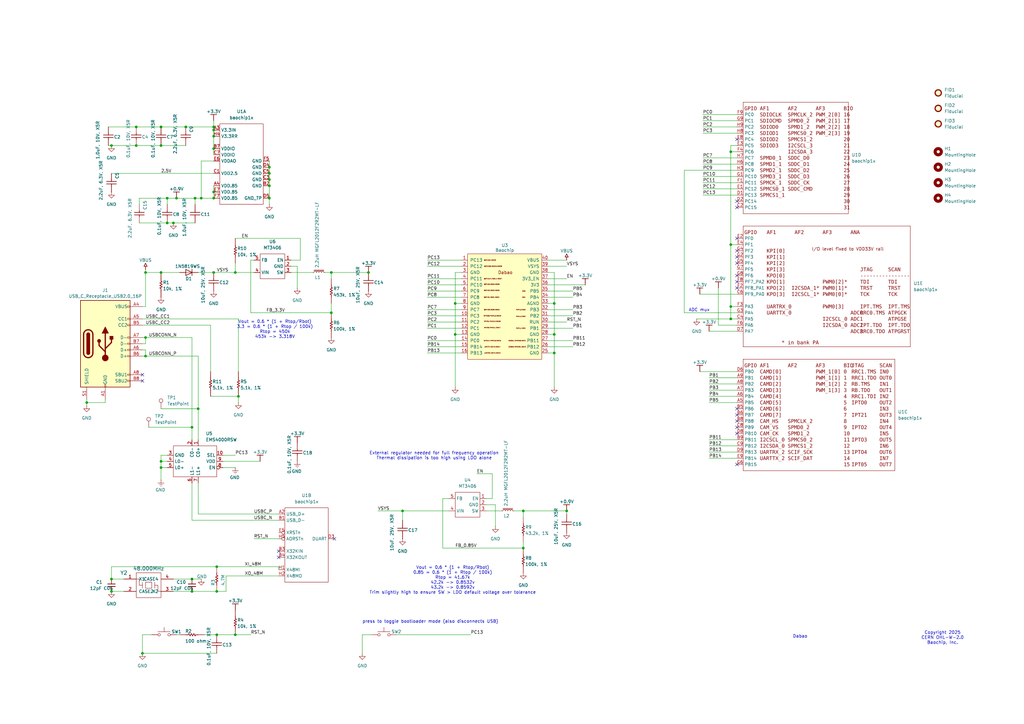
<source format=kicad_sch>
(kicad_sch (version 20250114) (generator "eeschema") (generator_version "9.0")
  (paper "A3")
  (lib_symbols
    (symbol "Connector:TestPoint" (pin_numbers (hide yes)) (pin_names (offset 0.762) (hide yes))
      (property "Reference" "TP" (at 0 6.858 0))
      (property "Value" "TestPoint" (at 0 5.08 0))
      (symbol "TestPoint_1_1"
        (pin passive line (at 0 0 90) (length 2.54) (name "1") (number "1"))
      )
    )
    (symbol "Connector:USB_C_Receptacle_USB2.0_16P" (pin_names (offset 1.016))
      (property "Reference" "J" (at 0 22.225 0))
      (property "Value" "USB_C_Receptacle_USB2.0_16P" (at 0 19.685 0))
      (symbol "USB_C_Receptacle_USB2.0_16P_1_1"
        (pin passive line (at -7.62 -22.86 90) (length 5.08) (name "SHIELD") (number "S1"))
        (pin passive line (at 0 -22.86 90) (length 5.08) (name "GND") (number "A1"))
        (pin passive line (at 0 -22.86 90) (length 5.08) (hide yes) (name "GND") (number "A12"))
        (pin passive line (at 0 -22.86 90) (length 5.08) (hide yes) (name "GND") (number "B1"))
        (pin passive line (at 0 -22.86 90) (length 5.08) (hide yes) (name "GND") (number "B12"))
        (pin passive line (at 15.24 15.24 180) (length 5.08) (name "VBUS") (number "A4"))
        (pin passive line (at 15.24 15.24 180) (length 5.08) (hide yes) (name "VBUS") (number "A9"))
        (pin passive line (at 15.24 15.24 180) (length 5.08) (hide yes) (name "VBUS") (number "B4"))
        (pin passive line (at 15.24 15.24 180) (length 5.08) (hide yes) (name "VBUS") (number "B9"))
        (pin bidirectional line (at 15.24 10.16 180) (length 5.08) (name "CC1") (number "A5"))
        (pin bidirectional line (at 15.24 7.62 180) (length 5.08) (name "CC2") (number "B5"))
        (pin bidirectional line (at 15.24 2.54 180) (length 5.08) (name "D-") (number "A7"))
        (pin bidirectional line (at 15.24 0 180) (length 5.08) (name "D-") (number "B7"))
        (pin bidirectional line (at 15.24 -2.54 180) (length 5.08) (name "D+") (number "A6"))
        (pin bidirectional line (at 15.24 -5.08 180) (length 5.08) (name "D+") (number "B6"))
        (pin bidirectional line (at 15.24 -12.7 180) (length 5.08) (name "SBU1") (number "A8"))
        (pin bidirectional line (at 15.24 -15.24 180) (length 5.08) (name "SBU2") (number "B8"))
      )
    )
    (symbol "Device:C_Small" (pin_numbers (hide yes)) (pin_names (offset 0.254) (hide yes))
      (property "Reference" "C" (at 0.254 1.778 0))
      (property "Value" "C_Small" (at 0.254 -2.032 0))
      (symbol "C_Small_1_1"
        (pin passive line (at 0 2.54 270) (length 2.032) (name "~") (number "1"))
        (pin passive line (at 0 -2.54 90) (length 2.032) (name "~") (number "2"))
      )
    )
    (symbol "Device:L_Iron_Small" (pin_numbers (hide yes)) (pin_names (offset 0.254) (hide yes))
      (property "Reference" "L" (at 1.27 1.016 0))
      (property "Value" "L_Iron_Small" (at 1.27 -1.27 0))
      (symbol "L_Iron_Small_1_1"
        (pin passive line (at 0 2.54 270) (length 0.508) (name "~") (number "1"))
        (pin passive line (at 0 -2.54 90) (length 0.508) (name "~") (number "2"))
      )
    )
    (symbol "Diode:1N4148WS" (pin_numbers (hide yes)) (pin_names (hide yes))
      (property "Reference" "D" (at 0 2.54 0))
      (property "Value" "1N4148WS" (at 0 -2.54 0))
      (symbol "1N4148WS_1_1"
        (pin passive line (at -3.81 0 0) (length 2.54) (name "K") (number "1"))
        (pin passive line (at 3.81 0 180) (length 2.54) (name "A") (number "2"))
      )
    )
    (symbol "Mechanical:Fiducial" (exclude_from_sim yes) (in_bom no)
      (property "Reference" "FID" (at 0 5.08 0))
      (property "Value" "Fiducial" (at 0 3.175 0))
    )
    (symbol "Mechanical:MountingHole" (pin_names (offset 1.016)) (exclude_from_sim yes) (in_bom no)
      (property "Reference" "H" (at 0 5.08 0))
      (property "Value" "MountingHole" (at 0 3.175 0))
    )
    (symbol "Switch:SW_Push" (pin_numbers (hide yes)) (pin_names (offset 1.016) (hide yes))
      (property "Reference" "SW" (at 1.27 2.54 0))
      (property "Value" "SW_Push" (at 0 -1.524 0))
      (symbol "SW_Push_0_1"
        (pin passive line (at -5.08 0 0) (length 2.54) (name "1") (number "1"))
        (pin passive line (at 5.08 0 180) (length 2.54) (name "2") (number "2"))
      )
    )
    (symbol "Terrance:XTAL4" (pin_names (offset 1.016))
      (property "Reference" "Y" (at -3.81 6.35 0))
      (property "Value" "XTAL4" (at 0 -6.35 0))
      (symbol "XTAL4_1_1"
        (pin input line (at -10.16 2.54 0) (length 5.08) (name "X1") (number "1"))
        (pin input line (at -10.16 -2.54 0) (length 5.08) (name "CASE2") (number "2"))
        (pin input line (at 10.16 2.54 180) (length 5.08) (name "CASE4") (number "4"))
        (pin input line (at 10.16 -2.54 180) (length 5.08) (name "X2") (number "3"))
      )
    )
    (symbol "common:Dabao" (pin_names (offset 1.016))
      (property "Reference" "U" (at -13.97 27.94 0))
      (property "Value" "Baochip" (at 0 6.35 0))
      (symbol "Dabao_1_1"
        (text "QSPI1CS1/BIO29" (at -6.096 24.13 0) (effects (font (size 0.381 0.381))))
        (text "QSPI1D3/SDD3/BIO26" (at -5.334 14.224 0) (effects (font (size 0.381 0.381))))
        (text "QSPI1D2/SDD2/BIO25" (at -5.334 11.684 0) (effects (font (size 0.381 0.381))))
        (text "QSPI1D1/SDD1/BIO24" (at -5.334 8.89 0) (effects (font (size 0.381 0.381))))
        (text "QSPI1D0/SDD0/BIO23" (at -5.334 3.81 0) (effects (font (size 0.381 0.381))))
        (text "SPI2CS0/PWM2.3/BIO19" (at -5.08 1.27 0) (effects (font (size 0.381 0.381))))
        (text "SPI2D1/PWM2.2/BIO18" (at -5.08 -1.016 0) (effects (font (size 0.381 0.381))))
        (text "SPI2D0/PWM2.1/BIO17" (at -5.08 -3.556 0) (effects (font (size 0.381 0.381))))
        (text "SPI2CLK/PWM2.0/BIO16" (at -5.08 -8.89 0) (effects (font (size 0.381 0.381))))
        (text "UART2TX/SCIFD/BIO14" (at -5.08 -11.43 0) (effects (font (size 0.381 0.381))))
        (text "UART2RX/SCIFC/BIO13" (at -5.08 -13.97 0) (effects (font (size 0.381 0.381))))
        (text "QSPI1CS0/SDCMD/BIO28" (at -4.826 21.59 0) (effects (font (size 0.381 0.381))))
        (text "QSPI1CLK1/SDCLK/BIO27" (at -4.826 16.51 0) (effects (font (size 0.381 0.381))))
        (text "Dabao" (at 0.254 19.05 0) (effects (font (size 1.27 1.27))))
        (text "I2C0SCL/SPI2CS0/BIO11" (at 5.08 -8.89 0) (effects (font (size 0.381 0.381))))
        (text "I2C0SDA/SPI2CS1/BIO12" (at 5.08 -11.43 0) (effects (font (size 0.381 0.381))))
        (text "PWM1.3/BIO3" (at 6.604 3.81 0) (effects (font (size 0.381 0.381))))
        (text "PWM1.2/BIO2" (at 6.604 1.016 0) (effects (font (size 0.381 0.381))))
        (text "PWM1.1/BIO1" (at 6.604 -3.81 0) (effects (font (size 0.381 0.381))))
        (text "BIO5" (at 7.874 11.43 0) (effects (font (size 0.381 0.381))))
        (text "BIO4" (at 7.874 8.89 0) (effects (font (size 0.381 0.381))))
        (pin bidirectional line (at -17.78 24.13 0) (length 2.54) (name "PC13") (number "1"))
        (pin bidirectional line (at -17.78 21.59 0) (length 2.54) (name "PC12") (number "2"))
        (pin power_in line (at -17.78 19.05 0) (length 2.54) (name "GND") (number "3"))
        (pin bidirectional line (at -17.78 16.51 0) (length 2.54) (name "PC11") (number "4"))
        (pin bidirectional line (at -17.78 13.97 0) (length 2.54) (name "PC10") (number "5"))
        (pin bidirectional line (at -17.78 11.43 0) (length 2.54) (name "PC9") (number "6"))
        (pin bidirectional line (at -17.78 8.89 0) (length 2.54) (name "PC8") (number "7"))
        (pin power_in line (at -17.78 6.35 0) (length 2.54) (name "GND") (number "8"))
        (pin bidirectional line (at -17.78 3.81 0) (length 2.54) (name "PC7") (number "9"))
        (pin bidirectional line (at -17.78 1.27 0) (length 2.54) (name "PC3") (number "10"))
        (pin bidirectional line (at -17.78 -1.27 0) (length 2.54) (name "PC2") (number "11"))
        (pin bidirectional line (at -17.78 -3.81 0) (length 2.54) (name "PC1") (number "12"))
        (pin power_in line (at -17.78 -6.35 0) (length 2.54) (name "GND") (number "13"))
        (pin bidirectional line (at -17.78 -8.89 0) (length 2.54) (name "PC0") (number "14"))
        (pin bidirectional line (at -17.78 -11.43 0) (length 2.54) (name "PB14") (number "15"))
        (pin bidirectional line (at -17.78 -13.97 0) (length 2.54) (name "PB13") (number "16"))
        (pin unspecified line (at 17.78 24.13 180) (length 2.54) (name "VBUS") (number "40"))
        (pin unspecified line (at 17.78 21.59 180) (length 2.54) (name "VSYS") (number "39"))
        (pin bidirectional line (at 17.78 19.05 180) (length 2.54) (name "GND") (number "38"))
        (pin input line (at 17.78 16.51 180) (length 2.54) (name "3V3_EN") (number "37"))
        (pin unspecified line (at 17.78 13.97 180) (length 2.54) (name "3V3") (number "36"))
        (pin unspecified line (at 17.78 11.43 180) (length 2.54) (name "PB5") (number "35"))
        (pin bidirectional line (at 17.78 8.89 180) (length 2.54) (name "PB4") (number "34"))
        (pin power_in line (at 17.78 6.35 180) (length 2.54) (name "AGND") (number "33"))
        (pin bidirectional line (at 17.78 3.81 180) (length 2.54) (name "PB3") (number "32"))
        (pin bidirectional line (at 17.78 1.27 180) (length 2.54) (name "PB2") (number "31"))
        (pin input line (at 17.78 -1.27 180) (length 2.54) (name "RUN") (number "30"))
        (pin bidirectional line (at 17.78 -3.81 180) (length 2.54) (name "PB1") (number "29"))
        (pin power_in line (at 17.78 -6.35 180) (length 2.54) (name "GND") (number "28"))
        (pin bidirectional line (at 17.78 -8.89 180) (length 2.54) (name "PB11") (number "27"))
        (pin bidirectional line (at 17.78 -11.43 180) (length 2.54) (name "PB12") (number "26"))
        (pin power_in line (at 17.78 -13.97 180) (length 2.54) (name "GND") (number "25"))
      )
    )
    (symbol "common:MT3406"
      (property "Reference" "U" (at 0 3.81 0))
      (property "Value" "MT3406" (at 0 0 0))
      (symbol "MT3406_1_1"
        (pin input line (at -7.62 0 0) (length 2.54) (name "EN") (number "1"))
        (pin power_in line (at -7.62 -2.54 0) (length 2.54) (name "GND") (number "2"))
        (pin power_out line (at -7.62 -5.08 0) (length 2.54) (name "SW") (number "3"))
        (pin input line (at 7.62 0 180) (length 2.54) (name "FB") (number "5"))
        (pin power_in line (at 7.62 -5.08 180) (length 2.54) (name "VIN") (number "4"))
      )
    )
    (symbol "common:WMS4000RSW"
      (property "Reference" "U" (at 0 0 0))
      (property "Value" "EMS4000RSW" (at 0 0 0))
      (symbol "WMS4000RSW_1_1"
        (pin input inverted (at -11.43 -13.97 0) (length 2.54) (name "EN") (number "8"))
        (pin power_in line (at -11.43 -16.51 0) (length 2.54) (name "VDD") (number "9"))
        (pin input line (at -11.43 -19.05 0) (length 2.54) (name "SEL") (number "10"))
        (pin passive line (at -1.27 -7.62 270) (length 2.54) (name "L1+") (number "7"))
        (pin bidirectional line (at -1.27 -25.4 90) (length 2.54) (name "C0+") (number "1"))
        (pin passive line (at 1.27 -7.62 270) (length 2.54) (name "L1-") (number "6"))
        (pin bidirectional line (at 1.27 -25.4 90) (length 2.54) (name "C0-") (number "2"))
        (pin passive line (at 11.43 -13.97 180) (length 2.54) (name "L0+") (number "5"))
        (pin passive line (at 11.43 -16.51 180) (length 2.54) (name "L0-") (number "4"))
        (pin power_in line (at 11.43 -19.05 180) (length 2.54) (name "GND") (number "3"))
      )
    )
    (symbol "common:baochip1x"
      (property "Reference" "U" (at 0.254 1.524 0))
      (property "Value" "baochip1x" (at 0.254 1.524 0))
      (symbol "baochip1x_1_1"
        (pin power_in line (at -12.7 -3.81 0) (length 2.54) (name "V3.3IN") (number "A3"))
        (pin power_in line (at -12.7 -6.35 0) (length 2.54) (name "V3.3RR") (number "H4"))
        (pin power_in line (at -12.7 -11.43 0) (length 2.54) (name "VDDIO") (number "B7"))
        (pin power_in line (at -12.7 -13.97 0) (length 2.54) (name "VDDIO") (number "C7"))
        (pin power_in line (at -12.7 -16.51 0) (length 2.54) (name "VDDAO") (number "E6"))
        (pin power_in line (at -12.7 -21.59 0) (length 2.54) (name "VDD2.5") (number "C1"))
        (pin power_in line (at -12.7 -26.67 0) (length 2.54) (name "VDD.85") (number "A4"))
        (pin power_in line (at -12.7 -29.21 0) (length 2.54) (name "VDD.85") (number "E7"))
        (pin power_in line (at -12.7 -31.75 0) (length 2.54) (name "VDD.85") (number "F7"))
        (pin power_in line (at 10.16 -16.51 180) (length 2.54) (name "GND") (number "F5"))
        (pin power_in line (at 10.16 -19.05 180) (length 2.54) (name "GND") (number "D4"))
        (pin power_in line (at 10.16 -21.59 180) (length 2.54) (name "GND") (number "C5"))
        (pin power_in line (at 10.16 -24.13 180) (length 2.54) (name "GND") (number "C3"))
        (pin power_in line (at 10.16 -26.67 180) (length 2.54) (name "GND") (number "B2"))
        (pin input line (at 10.16 -31.75 180) (length 2.54) (name "GND_TP") (number "D5"))
      )
      (symbol "baochip1x_2_1"
        (pin bidirectional line (at -10.16 -2.54 0) (length 2.54) (name "USB_D+") (number "A2"))
        (pin bidirectional line (at -10.16 -5.08 0) (length 2.54) (name "USB_D-") (number "B1"))
        (pin input inverted (at -10.16 -10.16 0) (length 2.54) (name "XRSTn") (number "E5"))
        (pin input inverted (at -10.16 -12.7 0) (length 2.54) (name "AORSTn") (number "H5"))
        (pin input line (at -10.16 -17.78 0) (length 2.54) (name "X32KIN") (number "B3"))
        (pin output line (at -10.16 -20.32 0) (length 2.54) (name "X32KOUT") (number "B4"))
        (pin input line (at -10.16 -25.4 0) (length 2.54) (name "X48MI") (number "H1"))
        (pin output line (at -10.16 -27.94 0) (length 2.54) (name "X48MO") (number "H2"))
        (pin output line (at 12.7 -12.7 180) (length 2.54) (name "DUART") (number "D3"))
      )
      (symbol "baochip1x_3_1"
        (text "GPIO" (at -7.112 -3.048 0) (effects (font (size 1.5113 1.5113)) (justify left top)))
        (text "AF1      AF2      AF3      BIO\nCAMD[0]           PWM_1[0] 0\nCAMD[1]           PWM_1[1] 1\nCAMD[2]           PWM_1[2] 2\nCAMD[3]           PWM_1[3] 3\nCAMD[4]                    4\nCAMD[5]                    5\nCAMD[6]                    6\nCAMD[7]                    7\nCAM_HS   SPMCLK_2          8\nCAM_VS   SPMD0_2           9\nCAM_CK   SPMD1_2           10\nI2CSCL_0 SPMCS0_2          11\nI2CSDA_0 SPMCS1_2          12\nUARTRX_2 SCIF_SCK          13\nUARTTX_2 SCIF_DAT          14\n                           15" (at -0.762 -3.048 0) (effects (font (size 1.5113 1.5113)) (justify left top)))
        (text "JTAG     SCAN\nRRC1.TMS IN0\nRRC1.TDO OUT0\nRB.TMS   IN1\nRB.TDO   OUT1\nRRC1.TDI IN2\nIPTO0    OUT2\n         IN3\nIPT21    OUT3\n         IN4\nIPTO2    OUT4\n         IN5\nIPTO3    OUT5\n         IN6\nIPTO4    OUT6\n         IN7\nIPT05    OUT7" (at 36.83 -3.048 0) (effects (font (size 1.5113 1.5113)) (justify left top)))
        (pin bidirectional line (at -10.16 -6.35 0) (length 2.54) (name "PB0") (number "D6"))
        (pin bidirectional line (at -10.16 -8.89 0) (length 2.54) (name "PB1") (number "A9"))
        (pin bidirectional line (at -10.16 -11.43 0) (length 2.54) (name "PB2") (number "A8"))
        (pin bidirectional line (at -10.16 -13.97 0) (length 2.54) (name "PB3") (number "A7"))
        (pin bidirectional line (at -10.16 -16.51 0) (length 2.54) (name "PB4") (number "A6"))
        (pin bidirectional line (at -10.16 -19.05 0) (length 2.54) (name "PB5") (number "A5"))
        (pin bidirectional line (at -10.16 -21.59 0) (length 2.54) (name "PB6") (number "B5"))
        (pin bidirectional line (at -10.16 -24.13 0) (length 2.54) (name "PB7") (number "B6"))
        (pin bidirectional line (at -10.16 -26.67 0) (length 2.54) (name "PB8") (number "B8"))
        (pin bidirectional line (at -10.16 -29.21 0) (length 2.54) (name "PB9") (number "C8"))
        (pin bidirectional line (at -10.16 -31.75 0) (length 2.54) (name "PB10") (number "D8"))
        (pin bidirectional line (at -10.16 -34.29 0) (length 2.54) (name "PB11") (number "B9"))
        (pin bidirectional line (at -10.16 -36.83 0) (length 2.54) (name "PB12") (number "C9"))
        (pin bidirectional line (at -10.16 -39.37 0) (length 2.54) (name "PB13") (number "D9"))
        (pin bidirectional line (at -10.16 -41.91 0) (length 2.54) (name "PB14") (number "E9"))
        (pin bidirectional line (at -10.16 -44.45 0) (length 2.54) (name "PB15") (number "G6"))
      )
      (symbol "baochip1x_4_1"
        (text "GPIO" (at -7.112 -3.048 0) (effects (font (size 1.5113 1.5113)) (justify left top)))
        (text "AF1      AF2      AF3      BIO\nSDIOCLK  SPMCLK_2 PWM_2[0] 16\nSDIOCMD  SPMD0_2  PWM_2[1] 17\nSDIOD0   SPMD1_2  PWM_2[2] 18\nSDIOD1   SPMCS0_2 PWM_2[3] 19\nSDIOD2   SPMCS1_2          20\nSDIOD3   I2CSCL_3          21\n         I2CSDA_3          22\nSPMD0_1  SDDC_D0           23\nSPMD1_1  SDDC_D1           24\nSPMD2_1  SDDC_D2           25\nSPMD3_1  SDDC_D3           26\nSPMCK_1  SDDC_CK           27\nSPMCS0_1 SDDC_CMD          28\nSPMCS1_1                   29\n                           30\n                           31" (at -0.762 -3.048 0) (effects (font (size 1.5113 1.5113)) (justify left top)))
        (pin bidirectional line (at -10.16 -6.35 0) (length 2.54) (name "PC0") (number "F9"))
        (pin bidirectional line (at -10.16 -8.89 0) (length 2.54) (name "PC1") (number "G9"))
        (pin bidirectional line (at -10.16 -11.43 0) (length 2.54) (name "PC2") (number "H9"))
        (pin bidirectional line (at -10.16 -13.97 0) (length 2.54) (name "PC3") (number "H8"))
        (pin bidirectional line (at -10.16 -16.51 0) (length 2.54) (name "PC4") (number "E8"))
        (pin bidirectional line (at -10.16 -19.05 0) (length 2.54) (name "PC5") (number "E3"))
        (pin bidirectional line (at -10.16 -21.59 0) (length 2.54) (name "PC6") (number "F4"))
        (pin bidirectional line (at -10.16 -24.13 0) (length 2.54) (name "PC7") (number "H7"))
        (pin bidirectional line (at -10.16 -26.67 0) (length 2.54) (name "PC8") (number "H6"))
        (pin bidirectional line (at -10.16 -29.21 0) (length 2.54) (name "PC9") (number "H3"))
        (pin bidirectional line (at -10.16 -31.75 0) (length 2.54) (name "PC10") (number "G1"))
        (pin bidirectional line (at -10.16 -34.29 0) (length 2.54) (name "PC11") (number "F1"))
        (pin bidirectional line (at -10.16 -36.83 0) (length 2.54) (name "PC12") (number "E1"))
        (pin bidirectional line (at -10.16 -39.37 0) (length 2.54) (name "PC13") (number "D1"))
        (pin bidirectional line (at -10.16 -41.91 0) (length 2.54) (name "PC14") (number "D2"))
        (pin bidirectional line (at -10.16 -44.45 0) (length 2.54) (name "PC15") (number "C2"))
      )
      (symbol "baochip1x_5_1"
        (text "GPIO" (at -7.112 -3.048 0) (effects (font (size 1.5113 1.5113)) (justify left top)))
        (text "AF1      AF2      AF3      ANA\n\n\nKPI[0]\nKPI[1]\nKPI[2]\nKPI[3]\nKPO[0]\nKPO[1]            PWM0[2]*\nKPO[2]  I2CSDA_1* PWM0[1]*\nKPO[3]  I2CSCL_1* PWM0[0]*\n\nUARTRX_0          PWM0[3]\nUARTTX_0                   ADC0\n                  I2CSCL_0 ADC1\n                  I2CSDA_0 ADC2\n                           ADC3" (at 2.032 -3.048 0) (effects (font (size 1.5113 1.5113)) (justify left top)))
        (text "* in bank PA" (at 8.128 -48.26 0) (effects (font (size 1.5113 1.5113)) (justify left top)))
        (text "I/O level fixed to VDD33V rail" (at 35.306 -10.668 0) (effects (font (size 1.27 1.27))))
        (text "JTAG     SCAN\n----------------\nTDI      TDI\nTRST     TRST\nTCK      TCK\n\nIPT.TMS  IPT.TMS\nRRC0.TMS ATPGCK\n         ATPGSE\nIPT.TDO  IPT.TDO\nRRC0.TDO ATPGRST" (at 40.386 -18.288 0) (effects (font (size 1.5113 1.5113)) (justify left top)))
        (pin bidirectional line (at -10.16 -6.35 0) (length 2.54) (name "PF0") (number "E2"))
        (pin bidirectional line (at -10.16 -8.89 0) (length 2.54) (name "PF1") (number "E4"))
        (pin bidirectional line (at -10.16 -11.43 0) (length 2.54) (name "PF2") (number "G4"))
        (pin bidirectional line (at -10.16 -13.97 0) (length 2.54) (name "PF3") (number "G2"))
        (pin bidirectional line (at -10.16 -16.51 0) (length 2.54) (name "PF4") (number "G5"))
        (pin bidirectional line (at -10.16 -19.05 0) (length 2.54) (name "PF5") (number "G7"))
        (pin bidirectional line (at -10.16 -21.59 0) (length 2.54) (name "PF6") (number "G8"))
        (pin bidirectional line (at -10.16 -24.13 0) (length 2.54) (name "PF7_PA2") (number "F8"))
        (pin bidirectional line (at -10.16 -26.67 0) (length 2.54) (name "PF8_PA1") (number "F2"))
        (pin bidirectional line (at -10.16 -29.21 0) (length 2.54) (name "PF9_PA0") (number "C6"))
        (pin bidirectional line (at -10.16 -34.29 0) (length 2.54) (name "PA3") (number "F3"))
        (pin bidirectional line (at -10.16 -36.83 0) (length 2.54) (name "PA4") (number "G3"))
        (pin bidirectional line (at -10.16 -39.37 0) (length 2.54) (name "PA5") (number "C4"))
        (pin bidirectional line (at -10.16 -41.91 0) (length 2.54) (name "PA6") (number "F6"))
        (pin bidirectional line (at -10.16 -44.45 0) (length 2.54) (name "PA7") (number "D7"))
      )
    )
    (symbol "common:root_3_Cap Semi"
      (symbol "root_3_Cap Semi_1_0"
        (pin passive line (at -2.54 2.54 270) (length 2.54) (name "1") (number "1"))
        (pin passive line (at -2.54 -5.08 90) (length 2.54) (name "2") (number "2"))
      )
    )
    (symbol "connectors-altium-import:VBUS_ARROW" (power)
      (property "Reference" "#PWR" (at 0 0 0))
      (property "Value" "VBUS" (at 0 3.81 0))
      (symbol "VBUS_ARROW_0_0"
        (pin power_in line (at 0 0 0) (length 0) (hide yes) (name "VBUS") (number ""))
      )
    )
    (symbol "kbd_pm-altium-import:root_3_Cap Semi"
      (symbol "root_3_Cap Semi_1_0"
        (pin passive line (at -2.54 2.54 270) (length 2.54) (name "1") (number "1"))
        (pin passive line (at -2.54 -5.08 90) (length 2.54) (name "2") (number "2"))
      )
    )
    (symbol "power-altium-import:P1.8V_BAR" (power)
      (property "Reference" "#PWR" (at 0 0 0))
      (property "Value" "P1.8V" (at 0 3.81 0))
      (symbol "P1.8V_BAR_0_0"
        (pin power_in line (at 0 0 0) (length 0) (hide yes) (name "P1.8V") (number ""))
      )
    )
    (symbol "power-altium-import:root_0_Res1"
      (symbol "root_0_Res1_1_0"
        (pin passive line (at -2.54 -2.54 0) (length 2.54) (name "1") (number "1"))
        (pin passive line (at 7.62 -2.54 180) (length 2.54) (name "2") (number "2"))
      )
    )
    (symbol "power-altium-import:root_1_Res1"
      (symbol "root_1_Res1_1_0"
        (pin passive line (at 2.54 7.62 270) (length 2.54) (name "2") (number "2"))
        (pin passive line (at 2.54 -2.54 90) (length 2.54) (name "1") (number "1"))
      )
    )
    (symbol "power-altium-import:root_3_Res1"
      (symbol "root_3_Res1_1_0"
        (pin passive line (at -2.54 2.54 270) (length 2.54) (name "1") (number "1"))
        (pin passive line (at -2.54 -7.62 90) (length 2.54) (name "2") (number "2"))
      )
    )
    (symbol "power:GND" (power) (pin_numbers (hide yes)) (pin_names (offset 0) (hide yes))
      (property "Value" "GND" (at 0 -3.81 0))
      (symbol "GND_1_1"
        (pin power_in line (at 0 0 270) (length 0) (name "~") (number "1"))
      )
    )
    (symbol "power:GNDREF" (power) (pin_numbers (hide yes)) (pin_names (offset 0) (hide yes))
      (property "Value" "GNDREF" (at 0 -3.81 0))
      (symbol "GNDREF_1_1"
        (pin power_in line (at 0 0 270) (length 0) (name "~") (number "1"))
      )
    )
    (symbol "testcore-altium-import:root_3_Cap Semi"
      (symbol "root_3_Cap Semi_1_0"
        (pin passive line (at -2.54 2.54 270) (length 2.54) (name "1") (number "1"))
        (pin passive line (at -2.54 -5.08 90) (length 2.54) (name "2") (number "2"))
      )
    )
  )
  (text "Vout = 0.6 * (1 + Rtop/Rbot)\n3.3 = 0.6 * (1 + Rtop / 100k)\nRtop = 450k\n453k -> 3.318V" (at 112.776 135.128 0) (effects (font (size 1.27 1.27))))
  (text "ADC mux\n" (at 286.766 127.254 0) (effects (font (size 1.27 1.27))))
  (text "External regulator needed for full frequency operation\nThermal dissipation is too high using LDO alone" (at 178.054 186.944 0) (effects (font (size 1.27 1.27))))
  (text "Copyright 2025\nCERN OHL-W-2.0\nBaochip, Inc." (at 386.588 261.62 0) (effects (font (size 1.27 1.27))))
  (text "Dabao" (at 328.168 261.112 0) (effects (font (size 1.27 1.27))))
  (text "press to toggle bootloader mode (also disconnects USB)" (at 176.53 255.016 0) (effects (font (size 1.27 1.27))))
  (text "Vout = 0.6 * (1 + Rtop/Rbot)\n0.85 = 0.6 * (1 + Rtop / 100k)\nRtop = 41.67k\n42.2k -> 0.8532v\n43.2k -> 0.8592v\nTrim slightly high to ensure SW > LDO default voltage over tolerance" (at 185.674 237.998 0) (effects (font (size 1.27 1.27))))
  (junction (at 68.58 91.44))
  (junction (at 66.04 52.07))
  (junction (at 110.49 76.2))
  (junction (at 110.49 73.66))
  (junction (at 299.72 100.33))
  (junction (at 299.72 125.73))
  (junction (at 96.52 111.76))
  (junction (at 227.33 144.78))
  (junction (at 68.58 81.28))
  (junction (at 59.69 138.43))
  (junction (at 87.63 60.96))
  (junction (at 87.63 52.07))
  (junction (at 88.9 232.41))
  (junction (at 82.55 81.28))
  (junction (at 71.12 91.44))
  (junction (at 299.72 62.23))
  (junction (at 66.04 191.77))
  (junction (at 45.72 237.49))
  (junction (at 110.49 71.12))
  (junction (at 96.52 260.35))
  (junction (at 59.69 111.76))
  (junction (at 66.04 189.23))
  (junction (at 55.88 59.69))
  (junction (at 88.9 242.57))
  (junction (at 87.63 81.28))
  (junction (at 78.74 237.49))
  (junction (at 214.63 224.79))
  (junction (at 135.89 111.76))
  (junction (at 66.04 59.69))
  (junction (at 66.04 111.76))
  (junction (at 87.63 78.74))
  (junction (at 232.41 209.55))
  (junction (at 87.63 55.88))
  (junction (at 78.74 242.57))
  (junction (at 151.13 111.76))
  (junction (at 110.49 81.28))
  (junction (at 80.01 81.28))
  (junction (at 186.69 124.46))
  (junction (at 97.79 162.56))
  (junction (at 72.39 81.28))
  (junction (at 87.63 111.76))
  (junction (at 165.1 209.55))
  (junction (at 299.72 130.81))
  (junction (at 135.89 128.27))
  (junction (at 186.69 137.16))
  (junction (at 45.72 59.69))
  (junction (at 214.63 209.55))
  (junction (at 76.2 52.07))
  (junction (at 78.74 175.26))
  (junction (at 58.42 267.97))
  (junction (at 81.28 167.64))
  (junction (at 227.33 124.46))
  (junction (at 55.88 52.07))
  (junction (at 59.69 146.05))
  (junction (at 110.49 68.58))
  (junction (at 88.9 260.35))
  (junction (at 35.56 165.1))
  (junction (at 227.33 137.16))
  (junction (at 45.72 242.57))
  (junction (at 87.63 53.34))
  (no_connect (at 302.26 85.09))
  (no_connect (at 137.16 220.98))
  (no_connect (at 302.26 115.57))
  (no_connect (at 302.26 175.26))
  (no_connect (at 302.26 118.11))
  (no_connect (at 58.42 156.21))
  (no_connect (at 302.26 190.5))
  (no_connect (at 302.26 105.41))
  (no_connect (at 302.26 57.15))
  (no_connect (at 302.26 170.18))
  (no_connect (at 114.3 226.06))
  (no_connect (at 302.26 113.03))
  (no_connect (at 302.26 167.64))
  (no_connect (at 302.26 177.8))
  (no_connect (at 302.26 97.79))
  (no_connect (at 302.26 172.72))
  (no_connect (at 114.3 228.6))
  (no_connect (at 302.26 107.95))
  (no_connect (at 58.42 153.67))
  (no_connect (at 302.26 102.87))
  (no_connect (at 302.26 82.55))
  (wire (pts (xy 59.69 111.76) (xy 59.69 125.73)))
  (wire (pts (xy 104.14 220.98) (xy 114.3 220.98)))
  (wire (pts (xy 224.79 111.76) (xy 227.33 111.76)))
  (wire (pts (xy 290.83 162.56) (xy 302.26 162.56)))
  (wire (pts (xy 78.74 213.36) (xy 114.3 213.36)))
  (wire (pts (xy 87.63 66.04) (xy 82.55 66.04)))
  (wire (pts (xy 58.42 260.35) (xy 58.42 267.97)))
  (wire (pts (xy 45.72 71.12) (xy 87.63 71.12)))
  (wire (pts (xy 35.56 166.37) (xy 35.56 165.1)))
  (wire (pts (xy 214.63 209.55) (xy 232.41 209.55)))
  (wire (pts (xy 110.49 68.58) (xy 110.49 71.12)))
  (wire (pts (xy 199.39 204.47) (xy 201.93 204.47)))
  (wire (pts (xy 234.95 121.92) (xy 224.79 121.92)))
  (wire (pts (xy 57.15 81.28) (xy 57.15 83.82)))
  (wire (pts (xy 290.83 187.96) (xy 302.26 187.96)))
  (wire (pts (xy 195.58 194.31) (xy 201.93 194.31)))
  (wire (pts (xy 119.38 109.22) (xy 121.92 109.22)))
  (wire (pts (xy 299.72 100.33) (xy 302.26 100.33)))
  (wire (pts (xy 227.33 111.76) (xy 227.33 124.46)))
  (wire (pts (xy 66.04 52.07) (xy 76.2 52.07)))
  (wire (pts (xy 97.79 130.81) (xy 97.79 152.4)))
  (wire (pts (xy 227.33 124.46) (xy 227.33 137.16)))
  (wire (pts (xy 45.72 232.41) (xy 45.72 237.49)))
  (wire (pts (xy 68.58 186.69) (xy 66.04 186.69)))
  (wire (pts (xy 148.59 260.35) (xy 148.59 267.97)))
  (wire (pts (xy 175.26 121.92) (xy 189.23 121.92)))
  (wire (pts (xy 181.61 204.47) (xy 181.61 224.79)))
  (wire (pts (xy 87.63 55.88) (xy 87.63 60.96)))
  (wire (pts (xy 135.89 111.76) (xy 151.13 111.76)))
  (wire (pts (xy 280.67 69.85) (xy 302.26 69.85)))
  (wire (pts (xy 288.29 54.61) (xy 302.26 54.61)))
  (wire (pts (xy 92.71 242.57) (xy 92.71 236.22)))
  (wire (pts (xy 181.61 224.79) (xy 214.63 224.79)))
  (wire (pts (xy 82.55 81.28) (xy 87.63 81.28)))
  (wire (pts (xy 186.69 124.46) (xy 189.23 124.46)))
  (wire (pts (xy 290.83 160.02) (xy 302.26 160.02)))
  (wire (pts (xy 59.69 143.51) (xy 59.69 146.05)))
  (wire (pts (xy 110.49 73.66) (xy 110.49 76.2)))
  (wire (pts (xy 224.79 144.78) (xy 227.33 144.78)))
  (wire (pts (xy 299.72 125.73) (xy 302.26 125.73)))
  (wire (pts (xy 91.44 189.23) (xy 106.68 189.23)))
  (wire (pts (xy 44.45 52.07) (xy 55.88 52.07)))
  (wire (pts (xy 299.72 62.23) (xy 299.72 100.33)))
  (wire (pts (xy 35.56 165.1) (xy 35.56 163.83)))
  (wire (pts (xy 78.74 198.12) (xy 78.74 213.36)))
  (wire (pts (xy 97.79 165.1) (xy 97.79 162.56)))
  (wire (pts (xy 102.87 128.27) (xy 135.89 128.27)))
  (wire (pts (xy 302.26 128.27) (xy 280.67 128.27)))
  (wire (pts (xy 184.15 204.47) (xy 181.61 204.47)))
  (wire (pts (xy 234.95 142.24) (xy 224.79 142.24)))
  (wire (pts (xy 224.79 109.22) (xy 232.41 109.22)))
  (wire (pts (xy 175.26 106.68) (xy 189.23 106.68)))
  (wire (pts (xy 299.72 59.69) (xy 299.72 62.23)))
  (wire (pts (xy 59.69 146.05) (xy 81.28 146.05)))
  (wire (pts (xy 78.74 237.49) (xy 82.55 237.49)))
  (wire (pts (xy 87.63 52.07) (xy 87.63 53.34)))
  (wire (pts (xy 287.02 152.4) (xy 302.26 152.4)))
  (wire (pts (xy 71.12 242.57) (xy 78.74 242.57)))
  (wire (pts (xy 59.69 138.43) (xy 78.74 138.43)))
  (wire (pts (xy 91.44 191.77) (xy 96.52 191.77)))
  (wire (pts (xy 87.63 76.2) (xy 87.63 78.74)))
  (wire (pts (xy 59.69 110.49) (xy 59.69 111.76)))
  (wire (pts (xy 288.29 64.77) (xy 302.26 64.77)))
  (wire (pts (xy 81.28 167.64) (xy 81.28 180.34)))
  (wire (pts (xy 162.56 260.35) (xy 193.04 260.35)))
  (wire (pts (xy 66.04 186.69) (xy 66.04 189.23)))
  (wire (pts (xy 88.9 242.57) (xy 92.71 242.57)))
  (wire (pts (xy 175.26 144.78) (xy 189.23 144.78)))
  (wire (pts (xy 110.49 76.2) (xy 110.49 81.28)))
  (wire (pts (xy 119.38 111.76) (xy 128.27 111.76)))
  (wire (pts (xy 59.69 125.73) (xy 58.42 125.73)))
  (wire (pts (xy 234.95 139.7) (xy 224.79 139.7)))
  (wire (pts (xy 210.82 209.55) (xy 214.63 209.55)))
  (wire (pts (xy 175.26 109.22) (xy 189.23 109.22)))
  (wire (pts (xy 135.89 124.46) (xy 135.89 128.27)))
  (wire (pts (xy 58.42 146.05) (xy 59.69 146.05)))
  (wire (pts (xy 59.69 140.97) (xy 58.42 140.97)))
  (wire (pts (xy 165.1 209.55) (xy 165.1 213.36)))
  (wire (pts (xy 299.72 100.33) (xy 299.72 125.73)))
  (wire (pts (xy 199.39 207.01) (xy 203.2 207.01)))
  (wire (pts (xy 60.96 175.26) (xy 78.74 175.26)))
  (wire (pts (xy 87.63 111.76) (xy 96.52 111.76)))
  (wire (pts (xy 68.58 81.28) (xy 72.39 81.28)))
  (wire (pts (xy 45.72 242.57) (xy 50.8 242.57)))
  (wire (pts (xy 302.26 133.35) (xy 294.64 133.35)))
  (wire (pts (xy 86.36 133.35) (xy 86.36 152.4)))
  (wire (pts (xy 290.83 185.42) (xy 302.26 185.42)))
  (wire (pts (xy 71.12 237.49) (xy 78.74 237.49)))
  (wire (pts (xy 288.29 67.31) (xy 302.26 67.31)))
  (wire (pts (xy 290.83 180.34) (xy 302.26 180.34)))
  (wire (pts (xy 224.79 132.08) (xy 232.41 132.08)))
  (wire (pts (xy 175.26 132.08) (xy 189.23 132.08)))
  (wire (pts (xy 290.83 154.94) (xy 302.26 154.94)))
  (wire (pts (xy 87.63 49.53) (xy 87.63 52.07)))
  (wire (pts (xy 280.67 128.27) (xy 280.67 69.85)))
  (wire (pts (xy 175.26 127) (xy 189.23 127)))
  (wire (pts (xy 83.82 260.35) (xy 88.9 260.35)))
  (wire (pts (xy 88.9 260.35) (xy 96.52 260.35)))
  (wire (pts (xy 288.29 46.99) (xy 302.26 46.99)))
  (wire (pts (xy 92.71 236.22) (xy 114.3 236.22)))
  (wire (pts (xy 81.28 198.12) (xy 81.28 210.82)))
  (wire (pts (xy 71.12 91.44) (xy 80.01 91.44)))
  (wire (pts (xy 110.49 71.12) (xy 110.49 73.66)))
  (wire (pts (xy 290.83 135.89) (xy 302.26 135.89)))
  (wire (pts (xy 148.59 260.35) (xy 152.4 260.35)))
  (wire (pts (xy 186.69 137.16) (xy 189.23 137.16)))
  (wire (pts (xy 44.45 59.69) (xy 45.72 59.69)))
  (wire (pts (xy 87.63 78.74) (xy 87.63 81.28)))
  (wire (pts (xy 80.01 81.28) (xy 80.01 83.82)))
  (wire (pts (xy 81.28 111.76) (xy 87.63 111.76)))
  (wire (pts (xy 59.69 143.51) (xy 58.42 143.51)))
  (wire (pts (xy 78.74 138.43) (xy 78.74 175.26)))
  (wire (pts (xy 96.52 107.95) (xy 96.52 111.76)))
  (wire (pts (xy 96.52 97.79) (xy 123.19 97.79)))
  (wire (pts (xy 88.9 232.41) (xy 114.3 232.41)))
  (wire (pts (xy 72.39 81.28) (xy 80.01 81.28)))
  (wire (pts (xy 121.92 109.22) (xy 121.92 118.11)))
  (wire (pts (xy 285.75 130.81) (xy 299.72 130.81)))
  (wire (pts (xy 81.28 146.05) (xy 81.28 167.64)))
  (wire (pts (xy 58.42 133.35) (xy 86.36 133.35)))
  (wire (pts (xy 123.19 106.68) (xy 123.19 97.79)))
  (wire (pts (xy 175.26 142.24) (xy 189.23 142.24)))
  (wire (pts (xy 59.69 111.76) (xy 66.04 111.76)))
  (wire (pts (xy 135.89 111.76) (xy 135.89 114.3)))
  (wire (pts (xy 175.26 129.54) (xy 189.23 129.54)))
  (wire (pts (xy 66.04 167.64) (xy 81.28 167.64)))
  (wire (pts (xy 119.38 106.68) (xy 123.19 106.68)))
  (wire (pts (xy 234.95 127) (xy 224.79 127)))
  (wire (pts (xy 35.56 165.1) (xy 43.18 165.1)))
  (wire (pts (xy 288.29 77.47) (xy 302.26 77.47)))
  (wire (pts (xy 189.23 111.76) (xy 186.69 111.76)))
  (wire (pts (xy 110.49 81.28) (xy 110.49 83.82)))
  (wire (pts (xy 224.79 106.68) (xy 232.41 106.68)))
  (wire (pts (xy 288.29 74.93) (xy 302.26 74.93)))
  (wire (pts (xy 104.14 106.68) (xy 102.87 106.68)))
  (wire (pts (xy 59.69 138.43) (xy 58.42 138.43)))
  (wire (pts (xy 214.63 209.55) (xy 214.63 212.09)))
  (wire (pts (xy 224.79 137.16) (xy 227.33 137.16)))
  (wire (pts (xy 66.04 111.76) (xy 73.66 111.76)))
  (wire (pts (xy 66.04 189.23) (xy 66.04 191.77)))
  (wire (pts (xy 165.1 209.55) (xy 184.15 209.55)))
  (wire (pts (xy 175.26 116.84) (xy 189.23 116.84)))
  (wire (pts (xy 186.69 137.16) (xy 186.69 158.75)))
  (wire (pts (xy 102.87 106.68) (xy 102.87 128.27)))
  (wire (pts (xy 66.04 59.69) (xy 76.2 59.69)))
  (wire (pts (xy 58.42 267.97) (xy 88.9 267.97)))
  (wire (pts (xy 66.04 189.23) (xy 68.58 189.23)))
  (wire (pts (xy 227.33 137.16) (xy 227.33 144.78)))
  (wire (pts (xy 299.72 125.73) (xy 299.72 130.81)))
  (wire (pts (xy 201.93 204.47) (xy 201.93 194.31)))
  (wire (pts (xy 214.63 222.25) (xy 214.63 224.79)))
  (wire (pts (xy 154.94 209.55) (xy 165.1 209.55)))
  (wire (pts (xy 59.69 138.43) (xy 59.69 140.97)))
  (wire (pts (xy 299.72 130.81) (xy 302.26 130.81)))
  (wire (pts (xy 203.2 207.01) (xy 203.2 215.9)))
  (wire (pts (xy 76.2 52.07) (xy 87.63 52.07)))
  (wire (pts (xy 43.18 165.1) (xy 43.18 163.83)))
  (wire (pts (xy 290.83 182.88) (xy 302.26 182.88)))
  (wire (pts (xy 224.79 114.3) (xy 232.41 114.3)))
  (wire (pts (xy 186.69 124.46) (xy 186.69 137.16)))
  (wire (pts (xy 58.42 130.81) (xy 97.79 130.81)))
  (wire (pts (xy 68.58 91.44) (xy 71.12 91.44)))
  (wire (pts (xy 234.95 119.38) (xy 224.79 119.38)))
  (wire (pts (xy 78.74 175.26) (xy 78.74 180.34)))
  (wire (pts (xy 86.36 162.56) (xy 97.79 162.56)))
  (wire (pts (xy 72.39 260.35) (xy 73.66 260.35)))
  (wire (pts (xy 58.42 260.35) (xy 62.23 260.35)))
  (wire (pts (xy 57.15 91.44) (xy 68.58 91.44)))
  (wire (pts (xy 66.04 191.77) (xy 66.04 196.85)))
  (wire (pts (xy 186.69 111.76) (xy 186.69 124.46)))
  (wire (pts (xy 66.04 191.77) (xy 68.58 191.77)))
  (wire (pts (xy 87.63 53.34) (xy 87.63 55.88)))
  (wire (pts (xy 78.74 242.57) (xy 88.9 242.57)))
  (wire (pts (xy 96.52 260.35) (xy 102.87 260.35)))
  (wire (pts (xy 45.72 232.41) (xy 88.9 232.41)))
  (wire (pts (xy 82.55 66.04) (xy 82.55 81.28)))
  (wire (pts (xy 294.64 118.11) (xy 294.64 133.35)))
  (wire (pts (xy 80.01 81.28) (xy 82.55 81.28)))
  (wire (pts (xy 91.44 186.69) (xy 96.52 186.69)))
  (wire (pts (xy 234.95 134.62) (xy 224.79 134.62)))
  (wire (pts (xy 288.29 80.01) (xy 302.26 80.01)))
  (wire (pts (xy 290.83 157.48) (xy 302.26 157.48)))
  (wire (pts (xy 232.41 210.82) (xy 232.41 209.55)))
  (wire (pts (xy 287.02 120.65) (xy 302.26 120.65)))
  (wire (pts (xy 199.39 209.55) (xy 205.74 209.55)))
  (wire (pts (xy 87.63 60.96) (xy 87.63 63.5)))
  (wire (pts (xy 133.35 111.76) (xy 135.89 111.76)))
  (wire (pts (xy 288.29 72.39) (xy 302.26 72.39)))
  (wire (pts (xy 302.26 59.69) (xy 299.72 59.69)))
  (wire (pts (xy 299.72 62.23) (xy 302.26 62.23)))
  (wire (pts (xy 55.88 52.07) (xy 66.04 52.07)))
  (wire (pts (xy 224.79 116.84) (xy 240.03 116.84)))
  (wire (pts (xy 96.52 111.76) (xy 104.14 111.76)))
  (wire (pts (xy 45.72 59.69) (xy 55.88 59.69)))
  (wire (pts (xy 288.29 52.07) (xy 302.26 52.07)))
  (wire (pts (xy 175.26 119.38) (xy 189.23 119.38)))
  (wire (pts (xy 175.26 134.62) (xy 189.23 134.62)))
  (wire (pts (xy 224.79 124.46) (xy 227.33 124.46)))
  (wire (pts (xy 234.95 129.54) (xy 224.79 129.54)))
  (wire (pts (xy 110.49 66.04) (xy 110.49 68.58)))
  (wire (pts (xy 55.88 59.69) (xy 66.04 59.69)))
  (wire (pts (xy 288.29 49.53) (xy 302.26 49.53)))
  (wire (pts (xy 175.26 114.3) (xy 189.23 114.3)))
  (wire (pts (xy 68.58 81.28) (xy 68.58 83.82)))
  (wire (pts (xy 68.58 81.28) (xy 57.15 81.28)))
  (wire (pts (xy 290.83 165.1) (xy 302.26 165.1)))
  (wire (pts (xy 81.28 210.82) (xy 114.3 210.82)))
  (wire (pts (xy 175.26 139.7) (xy 189.23 139.7)))
  (wire (pts (xy 227.33 144.78) (xy 227.33 158.75)))
  (wire (pts (xy 114.3 232.41) (xy 114.3 233.68)))
  (wire (pts (xy 45.72 237.49) (xy 50.8 237.49)))
  (label "PC3" (at 288.29 54.61 0))
  (label "FB_0.85V" (at 186.69 224.79 0))
  (label "PC10" (at 288.29 72.39 0))
  (label "EN" (at 99.06 97.79 0))
  (label "PB1" (at 234.95 134.62 0))
  (label "PB12" (at 234.95 142.24 0))
  (label "PC12" (at 288.29 77.47 0))
  (label "USBC_CC1" (at 59.69 130.81 0))
  (label "PB13" (at 290.83 185.42 0))
  (label "RST_N" (at 104.14 220.98 0))
  (label "PC10" (at 175.26 116.84 0))
  (label "PC11" (at 175.26 114.3 0))
  (label "XO_48M" (at 100.33 236.22 0))
  (label "FB_3.3V" (at 109.22 128.27 0))
  (label "USBCONN_P" (at 60.96 146.05 0))
  (label "PB13" (at 175.26 144.78 0))
  (label "PC13" (at 96.52 186.69 0))
  (label "PC1" (at 175.26 134.62 0))
  (label "PC13" (at 193.04 260.35 0))
  (label "PC3" (at 175.26 129.54 0))
  (label "PC0" (at 288.29 46.99 0))
  (label "RST_N" (at 102.87 260.35 0))
  (label "USBC_P" (at 104.14 210.82 0))
  (label "PB11" (at 234.95 139.7 0))
  (label "PB5" (at 290.83 165.1 0))
  (label "VSYS" (at 154.94 209.55 0))
  (label "PB11" (at 290.83 180.34 0))
  (label "PB14" (at 290.83 187.96 0))
  (label "PC1" (at 288.29 49.53 0))
  (label "RST_N" (at 232.41 132.08 0))
  (label "PB5" (at 234.95 119.38 0))
  (label "PB4" (at 234.95 121.92 0))
  (label "PC11" (at 288.29 74.93 0))
  (label "PC8" (at 175.26 121.92 0))
  (label "PC2" (at 288.29 52.07 0))
  (label "PC8" (at 288.29 67.31 0))
  (label "PB3" (at 234.95 127 0))
  (label "PC9" (at 175.26 119.38 0))
  (label "PC12" (at 175.26 109.22 0))
  (label "PB2" (at 234.95 129.54 0))
  (label "PC13" (at 288.29 80.01 0))
  (label "VSYS" (at 88.9 111.76 0))
  (label "PB12" (at 290.83 182.88 0))
  (label "PB3" (at 290.83 160.02 0))
  (label "USBCONN_N" (at 60.96 138.43 0))
  (label "PB2" (at 290.83 157.48 0))
  (label "PC0" (at 175.26 139.7 0))
  (label "2.5V" (at 66.04 71.12 0))
  (label "PB1" (at 290.83 154.94 0))
  (label "PB14" (at 175.26 142.24 0))
  (label "PB4" (at 290.83 162.56 0))
  (label "PC2" (at 175.26 132.08 0))
  (label "XI_48M" (at 100.33 232.41 0))
  (label "PC7" (at 288.29 64.77 0))
  (label "EN" (at 232.41 114.3 0))
  (label "USBC_CC2" (at 59.69 133.35 0))
  (label "PC13" (at 175.26 106.68 0))
  (label "VSYS" (at 232.41 109.22 0))
  (label "PC7" (at 175.26 127 0))
  (label "EN" (at 195.58 194.31 0))
  (label "PC9" (at 288.29 69.85 0))
  (label "USBC_N" (at 104.14 213.36 0))
  (symbol (lib_id "common:root_3_Cap Semi") (at 234.95 213.36 0) (unit 1)
    (property "Reference" "C16" (at 234.696 215.646 0) (effects (justify left bottom)))
    (property "Value" "10uF, 25V, X5R" (at 227.33 208.28 90) (effects (justify right top)))
    (property "Footprint" "Capacitor_SMD:C_0603_1608Metric" (effects (hide yes)))
    (property "Description" "Capacitor (Semiconductor SIM Model)" (effects (hide yes)))
    (property "MPN" "CL10A106MA8NRNC" (effects (hide yes)))
    (property "MYPN" "C-106-25-X5R-0603" (effects (hide yes)))
    (property "LCSC" "C96446" (effects (hide yes)))
  )
  (symbol (lib_id "Diode:1N4148WS") (at 77.47 111.76 180) (unit 1)
    (property "Reference" "D1" (at 78.7401 114.3 0) (effects (justify left)))
    (property "Value" "1N5819WS" (at 82.042 109.22 0) (effects (justify left)))
    (property "Footprint" "Diode_SMD:D_SOD-323" (effects (hide yes)))
    (property "Datasheet" "https://www.vishay.com/docs/85751/1n4148ws.pdf" (effects (hide yes)))
    (property "Description" "75V 0.15A Fast switching Diode, SOD-323" (effects (hide yes)))
    (property "Sim.Device" "D" (effects (hide yes)))
    (property "Sim.Pins" "1=K 2=A" (effects (hide yes)))
    (property "MPN" "SD103AWS" (effects (hide yes)))
    (property "LCSC" "C191023" (effects (hide yes)))
  )
  (symbol (lib_id "power-altium-import:root_3_Res1") (at 99.06 252.73 0) (unit 1)
    (property "Reference" "R4" (at 97.282 255.016 0) (effects (justify left bottom)))
    (property "Value" "10k, 1%" (at 97.282 257.556 0) (effects (justify left bottom)))
    (property "Footprint" "Resistor_SMD:R_0201_0603Metric" (effects (hide yes)))
    (property "Description" "Resistor" (effects (hide yes)))
    (property "MYPN" "R-103-1P-1_16W-0402" (effects (hide yes)))
    (property "MPN" "ANY" (effects (hide yes)))
    (property "LCSC" "C106225" (effects (hide yes)))
  )
  (symbol (lib_id "Device:L_Iron_Small") (at 130.81 111.76 90) (unit 1)
    (property "Reference" "L1" (at 130.302 113.792 90))
    (property "Value" "2.2uH MGFL2012F2R2MT-LF" (at 130.048 96.266 0))
    (property "Footprint" "Inductor_SMD:L_0805_2012Metric" (effects (hide yes)))
    (property "Description" "Inductor with iron core, small symbol" (effects (hide yes)))
    (property "LCSC" "C281115" (effects (hide yes)))
  )
  (symbol (lib_id "Switch:SW_Push") (at 157.48 260.35 0) (unit 1)
    (property "Reference" "SW2" (at 162.56 259.08 0))
    (property "Value" "SW_Push" (effects (hide yes)))
    (property "Footprint" "common:SW_Push_1P1T_XKB_TS-1187A" (effects (hide yes)))
    (property "Description" "Push button switch, generic, two pins" (effects (hide yes)))
    (property "MPN" "TS-1187A-B-B-B" (effects (hide yes)))
    (property "LCSC" "C528026" (effects (hide yes)))
  )
  (symbol (lib_id "power-altium-import:P1.8V_BAR") (at 294.64 118.11 180) (unit 1)
    (property "Reference" "#PWR032" (effects (hide yes)))
    (property "Value" "+0.9V" (at 294.64 114.3 0))
  )
  (symbol (lib_id "power:GND") (at 285.75 130.81 0) (unit 1)
    (property "Reference" "#PWR023" (effects (hide yes)))
    (property "Value" "GND" (at 285.75 135.89 0))
    (property "Description" "Power symbol creates a global label with name \"GND\" , ground" (effects (hide yes)))
  )
  (symbol (lib_id "power-altium-import:P1.8V_BAR") (at 121.92 181.61 180) (unit 1)
    (property "Reference" "#PWR057" (effects (hide yes)))
    (property "Value" "+3.3V" (at 121.92 177.8 0))
  )
  (symbol (lib_id "power-altium-import:P1.8V_BAR") (at 240.03 116.84 180) (unit 1)
    (property "Reference" "#PWR021" (effects (hide yes)))
    (property "Value" "+3.3V" (at 240.03 113.03 0))
  )
  (symbol (lib_id "power-altium-import:P1.8V_BAR") (at 151.13 111.76 180) (unit 1)
    (property "Reference" "#PWR016" (effects (hide yes)))
    (property "Value" "+3.3V" (at 151.13 107.95 0))
  )
  (symbol (lib_id "Mechanical:MountingHole") (at 384.81 81.28 0) (unit 1) (exclude_from_sim yes) (in_bom no)
    (property "Reference" "H4" (at 387.35 80.0099 0) (effects (justify left)))
    (property "Value" "MountingHole" (at 387.35 82.5499 0) (effects (justify left)))
    (property "Footprint" "MountingHole:MountingHole_2.2mm_M2_DIN965" (effects (hide yes)))
    (property "Description" "Mounting Hole without connection" (effects (hide yes)))
  )
  (symbol (lib_id "power:GND") (at 165.1 220.98 0) (unit 1)
    (property "Reference" "#PWR026" (effects (hide yes)))
    (property "Value" "GND" (at 165.1 226.06 0))
    (property "Description" "Power symbol creates a global label with name \"GND\" , ground" (effects (hide yes)))
  )
  (symbol (lib_id "power:GND") (at 110.49 83.82 0) (unit 1)
    (property "Reference" "#PWR014" (effects (hide yes)))
    (property "Value" "GND" (at 110.49 88.9 0))
    (property "Description" "Power symbol creates a global label with name \"GND\" , ground" (effects (hide yes)))
  )
  (symbol (lib_id "power-altium-import:P1.8V_BAR") (at 232.41 209.55 180) (unit 1)
    (property "Reference" "#PWR027" (effects (hide yes)))
    (property "Value" "+0.9V" (at 232.41 205.74 0))
  )
  (symbol (lib_id "common:Dabao") (at 207.01 130.81 0) (unit 1)
    (property "Reference" "U3" (at 207.01 100.584 0))
    (property "Value" "Baochip" (at 207.01 102.616 0))
    (property "Footprint" "common:Dabao_Vendor_Substrate" (effects (hide yes)))
  )
  (symbol (lib_id "power:GND") (at 82.55 237.49 0) (unit 1)
    (property "Reference" "#PWR010" (effects (hide yes)))
    (property "Value" "GND" (at 82.804 236.474 0))
    (property "Description" "Power symbol creates a global label with name \"GND\" , ground" (effects (hide yes)))
  )
  (symbol (lib_id "testcore-altium-import:root_3_Cap Semi") (at 71.12 86.36 0) (unit 1)
    (property "Reference" "C8" (at 70.866 88.646 0) (effects (justify left bottom)))
    (property "Value" "0.1uF, 10V, X5R" (at 66.04 96.52 90) (effects (justify left bottom)))
    (property "Footprint" "Capacitor_SMD:C_0201_0603Metric" (effects (hide yes)))
    (property "Description" "Capacitor (Semiconductor SIM Model)" (effects (hide yes)))
    (property "MPN" "CL05B104KO5NNNC" (effects (hide yes)))
    (property "MYPN" "C-104-16-X7R-0402" (effects (hide yes)))
    (property "LCSC" "C76934" (effects (hide yes)))
  )
  (symbol (lib_id "power:GND") (at 97.79 165.1 0) (unit 1)
    (property "Reference" "#PWR013" (effects (hide yes)))
    (property "Value" "GND" (at 97.79 170.18 0))
    (property "Description" "Power symbol creates a global label with name \"GND\" , ground" (effects (hide yes)))
  )
  (symbol (lib_id "power:GND") (at 121.92 118.11 0) (unit 1)
    (property "Reference" "#PWR015" (effects (hide yes)))
    (property "Value" "GND" (at 121.92 123.19 0))
    (property "Description" "Power symbol creates a global label with name \"GND\" , ground" (effects (hide yes)))
  )
  (symbol (lib_id "power:GND") (at 227.33 158.75 0) (unit 1)
    (property "Reference" "#PWR019" (effects (hide yes)))
    (property "Value" "GND" (at 227.33 163.83 0))
    (property "Description" "Power symbol creates a global label with name \"GND\" , ground" (effects (hide yes)))
  )
  (symbol (lib_id "power:GND") (at 45.72 242.57 0) (unit 1)
    (property "Reference" "#PWR03" (effects (hide yes)))
    (property "Value" "GND" (at 45.72 247.65 0))
    (property "Description" "Power symbol creates a global label with name \"GND\" , ground" (effects (hide yes)))
  )
  (symbol (lib_id "power:GND") (at 71.12 91.44 0) (unit 1)
    (property "Reference" "#PWR09" (effects (hide yes)))
    (property "Value" "GND" (at 71.12 96.52 0))
    (property "Description" "Power symbol creates a global label with name \"GND\" , ground" (effects (hide yes)))
  )
  (symbol (lib_id "kbd_pm-altium-import:root_3_Cap Semi") (at 59.69 86.36 0) (unit 1)
    (property "Reference" "C15" (at 60.198 86.106 90) (effects (justify left bottom)))
    (property "Value" "2.2uF, 6.3V, X5R" (at 52.578 81.28 90) (effects (justify right top)))
    (property "Footprint" "Capacitor_SMD:C_0201_0603Metric" (effects (hide yes)))
    (property "Description" "Capacitor (Semiconductor SIM Model)" (effects (hide yes)))
    (property "MPN" "GRM033R60J225ME47D" (effects (hide yes)))
    (property "MYPN" "C-225-6.3-X5R-0402" (effects (hide yes)))
    (property "LCSC" "C76933" (effects (hide yes)))
  )
  (symbol (lib_id "power-altium-import:root_3_Res1") (at 138.43 130.81 0) (unit 1)
    (property "Reference" "R6" (at 136.652 133.096 0) (effects (justify left bottom)))
    (property "Value" "100k, 1%" (at 136.652 135.636 0) (effects (justify left bottom)))
    (property "Footprint" "Resistor_SMD:R_0201_0603Metric" (effects (hide yes)))
    (property "Description" "Resistor" (effects (hide yes)))
    (property "MYPN" "R-104-1P-1_16W-0402" (effects (hide yes)))
    (property "MPN" "ANY" (effects (hide yes)))
    (property "LCSC" "C106224" (effects (hide yes)))
  )
  (symbol (lib_id "Mechanical:MountingHole") (at 384.81 68.58 0) (unit 1) (exclude_from_sim yes) (in_bom no)
    (property "Reference" "H2" (at 387.35 67.3099 0) (effects (justify left)))
    (property "Value" "MountingHole" (at 387.35 69.8499 0) (effects (justify left)))
    (property "Footprint" "MountingHole:MountingHole_2.2mm_M2_DIN965" (effects (hide yes)))
    (property "Description" "Mounting Hole without connection" (effects (hide yes)))
  )
  (symbol (lib_id "power:GND") (at 58.42 267.97 0) (unit 1)
    (property "Reference" "#PWR06" (effects (hide yes)))
    (property "Value" "GND" (at 58.42 273.05 0))
    (property "Description" "Power symbol creates a global label with name \"GND\" , ground" (effects (hide yes)))
  )
  (symbol (lib_id "power-altium-import:root_3_Res1") (at 217.17 227.33 0) (unit 1)
    (property "Reference" "R8" (at 215.392 229.616 0) (effects (justify left bottom)))
    (property "Value" "100k, 1%" (at 215.392 232.156 0) (effects (justify left bottom)))
    (property "Footprint" "Resistor_SMD:R_0201_0603Metric" (effects (hide yes)))
    (property "Description" "Resistor" (effects (hide yes)))
    (property "MYPN" "R-104-1P-1_16W-0402" (effects (hide yes)))
    (property "MPN" "ANY" (effects (hide yes)))
    (property "LCSC" "C106224" (effects (hide yes)))
  )
  (symbol (lib_id "power:GNDREF") (at 121.92 189.23 0) (unit 1)
    (property "Reference" "#PWR063" (effects (hide yes)))
    (property "Value" "GND" (at 121.666 193.294 0))
    (property "Description" "Power symbol creates a global label with name \"GNDREF\" , reference supply ground" (effects (hide yes)))
  )
  (symbol (lib_id "Mechanical:Fiducial") (at 384.81 44.45 0) (unit 1) (exclude_from_sim yes) (in_bom no)
    (property "Reference" "FID2" (at 387.35 43.1799 0) (effects (justify left)))
    (property "Value" "Fiducial" (at 387.35 45.7199 0) (effects (justify left)))
    (property "Footprint" "common:IRIS fiducial 0.4mm" (effects (hide yes)))
    (property "Description" "Fiducial Marker" (effects (hide yes)))
  )
  (symbol (lib_id "testcore-altium-import:root_3_Cap Semi") (at 91.44 262.89 0) (unit 1)
    (property "Reference" "C13" (at 91.186 265.176 0) (effects (justify left bottom)))
    (property "Value" "0.1uF, 10V, X5R" (at 86.36 273.05 90) (effects (justify left bottom)))
    (property "Footprint" "Capacitor_SMD:C_0201_0603Metric" (effects (hide yes)))
    (property "Description" "Capacitor (Semiconductor SIM Model)" (effects (hide yes)))
    (property "MPN" "CL05B104KO5NNNC" (effects (hide yes)))
    (property "MYPN" "C-104-16-X7R-0402" (effects (hide yes)))
    (property "LCSC" "C76934" (effects (hide yes)))
  )
  (symbol (lib_id "Connector:TestPoint") (at 66.04 167.64 0) (unit 1) (in_bom no)
    (property "Reference" "TP1" (at 68.58 163.0679 0) (effects (justify left)))
    (property "Value" "TestPoint" (at 68.58 165.6079 0) (effects (justify left)))
    (property "Footprint" "TestPoint:TestPoint_Pad_D1.0mm" (effects (hide yes)))
    (property "Description" "test point" (effects (hide yes)))
  )
  (symbol (lib_id "common:root_3_Cap Semi") (at 90.17 114.3 0) (unit 1)
    (property "Reference" "C12" (at 89.916 116.586 0) (effects (justify left bottom)))
    (property "Value" "10uF, 25V, X5R" (at 82.55 109.22 90) (effects (justify right top)))
    (property "Footprint" "Capacitor_SMD:C_0603_1608Metric" (effects (hide yes)))
    (property "Description" "Capacitor (Semiconductor SIM Model)" (effects (hide yes)))
    (property "MPN" "CL10A106MA8NRNC" (effects (hide yes)))
    (property "MYPN" "C-106-25-X5R-0603" (effects (hide yes)))
    (property "LCSC" "C96446" (effects (hide yes)))
  )
  (symbol (lib_id "power-altium-import:root_3_Res1") (at 99.06 100.33 0) (unit 1)
    (property "Reference" "R10" (at 97.282 102.616 0) (effects (justify left bottom)))
    (property "Value" "10k, 1%" (at 97.282 105.156 0) (effects (justify left bottom)))
    (property "Footprint" "Resistor_SMD:R_0201_0603Metric" (effects (hide yes)))
    (property "Description" "Resistor" (effects (hide yes)))
    (property "MYPN" "R-103-1P-1_16W-0402" (effects (hide yes)))
    (property "MPN" "ANY" (effects (hide yes)))
    (property "LCSC" "C106225" (effects (hide yes)))
  )
  (symbol (lib_id "common:MT3406") (at 191.77 204.47 0) (mirror y) (unit 1)
    (property "Reference" "U4" (at 191.77 196.85 0))
    (property "Value" "MT3406" (at 191.77 199.39 0))
    (property "Footprint" "Package_TO_SOT_SMD:SOT-23-5" (effects (hide yes)))
    (property "Description" "1.5MHz step-down switching regulator" (effects (hide yes)))
    (property "LCSC" "C22462728" (effects (hide yes)))
  )
  (symbol (lib_id "power-altium-import:P1.8V_BAR") (at 287.02 120.65 180) (unit 1)
    (property "Reference" "#PWR022" (effects (hide yes)))
    (property "Value" "+3.3V" (at 287.02 116.84 0))
  )
  (symbol (lib_id "power-altium-import:root_3_Res1") (at 68.58 114.3 0) (unit 1)
    (property "Reference" "R1" (at 66.802 116.586 0) (effects (justify left bottom)))
    (property "Value" "10k, 1%" (at 66.802 119.126 0) (effects (justify left bottom)))
    (property "Footprint" "Resistor_SMD:R_0201_0603Metric" (effects (hide yes)))
    (property "Description" "Resistor" (effects (hide yes)))
    (property "MYPN" "R-103-1P-1_16W-0402" (effects (hide yes)))
    (property "MPN" "ANY" (effects (hide yes)))
    (property "LCSC" "C106225" (effects (hide yes)))
  )
  (symbol (lib_id "power:GND") (at 203.2 215.9 0) (unit 1)
    (property "Reference" "#PWR030" (effects (hide yes)))
    (property "Value" "GND" (at 203.2 220.98 0))
    (property "Description" "Power symbol creates a global label with name \"GND\" , ground" (effects (hide yes)))
  )
  (symbol (lib_id "testcore-altium-import:root_3_Cap Semi") (at 68.58 54.61 0) (unit 1)
    (property "Reference" "C7" (at 68.326 56.896 0) (effects (justify left bottom)))
    (property "Value" "0.1uF, 10V, X5R" (at 63.5 64.77 90) (effects (justify left bottom)))
    (property "Footprint" "Capacitor_SMD:C_0201_0603Metric" (effects (hide yes)))
    (property "Description" "Capacitor (Semiconductor SIM Model)" (effects (hide yes)))
    (property "MPN" "CL05B104KO5NNNC" (effects (hide yes)))
    (property "MYPN" "C-104-16-X7R-0402" (effects (hide yes)))
    (property "LCSC" "C76934" (effects (hide yes)))
  )
  (symbol (lib_id "power-altium-import:P1.8V_BAR") (at 287.02 152.4 180) (unit 1)
    (property "Reference" "#PWR024" (effects (hide yes)))
    (property "Value" "+3.3V" (at 287.02 148.59 0))
  )
  (symbol (lib_id "testcore-altium-import:root_3_Cap Semi") (at 58.42 54.61 0) (unit 1)
    (property "Reference" "C4" (at 58.166 56.896 0) (effects (justify left bottom)))
    (property "Value" "0.1uF, 10V, X5R" (at 53.34 64.77 90) (effects (justify left bottom)))
    (property "Footprint" "Capacitor_SMD:C_0201_0603Metric" (effects (hide yes)))
    (property "Description" "Capacitor (Semiconductor SIM Model)" (effects (hide yes)))
    (property "MPN" "CL05B104KO5NNNC" (effects (hide yes)))
    (property "MYPN" "C-104-16-X7R-0402" (effects (hide yes)))
    (property "LCSC" "C76934" (effects (hide yes)))
  )
  (symbol (lib_id "power-altium-import:root_1_Res1") (at 95.25 160.02 0) (unit 1)
    (property "Reference" "R5" (at 98.552 157.226 0) (effects (justify left bottom)))
    (property "Value" "5.1k, 1%" (at 98.552 159.766 0) (effects (justify left bottom)))
    (property "Footprint" "Resistor_SMD:R_0402_1005Metric" (effects (hide yes)))
    (property "Description" "Resistor" (effects (hide yes)))
    (property "MYPN" "R-512-1P-1_16W-0402" (effects (hide yes)))
    (property "MPN" "ANY" (effects (hide yes)))
    (property "LCSC" "C25905" (effects (hide yes)))
  )
  (symbol (lib_id "power:GNDREF") (at 66.04 196.85 0) (unit 1)
    (property "Reference" "#PWR042" (effects (hide yes)))
    (property "Value" "GND" (at 65.786 200.914 0))
    (property "Description" "Power symbol creates a global label with name \"GNDREF\" , reference supply ground" (effects (hide yes)))
  )
  (symbol (lib_id "common:baochip1x") (at 312.42 91.44 0) (unit 5)
    (property "Reference" "U1" (at 374.65 116.2049 0) (effects (justify left)))
    (property "Value" "baochip1x" (at 374.65 118.7449 0) (effects (justify left)))
    (property "Footprint" "common:WLCSP-71_9x8_4.062x3.762mm" (effects (hide yes)))
    (property "Description" "Baochip0 WLCSP" (effects (hide yes)))
  )
  (symbol (lib_id "kbd_pm-altium-import:root_3_Cap Semi") (at 78.74 54.61 0) (unit 1)
    (property "Reference" "C9" (at 79.248 54.356 90) (effects (justify left bottom)))
    (property "Value" "2.2uF, 6.3V, X5R" (at 71.12 46.736 90) (effects (justify right top)))
    (property "Footprint" "Capacitor_SMD:C_0201_0603Metric" (effects (hide yes)))
    (property "Description" "Capacitor (Semiconductor SIM Model)" (effects (hide yes)))
    (property "MPN" "GRM033R60J225ME47D" (effects (hide yes)))
    (property "MYPN" "C-225-6.3-X5R-0402" (effects (hide yes)))
    (property "LCSC" "C76933" (effects (hide yes)))
  )
  (symbol (lib_id "common:baochip1x") (at 312.42 40.64 0) (unit 4)
    (property "Reference" "U1" (at 349.25 63.4999 0) (effects (justify left)))
    (property "Value" "baochip1x" (at 349.25 66.0399 0) (effects (justify left)))
    (property "Footprint" "common:WLCSP-71_9x8_4.062x3.762mm" (effects (hide yes)))
    (property "Description" "Baochip0 WLCSP" (effects (hide yes)))
  )
  (symbol (lib_id "kbd_pm-altium-import:root_3_Cap Semi") (at 82.55 86.36 0) (unit 1)
    (property "Reference" "C11" (at 82.296 88.646 0) (effects (justify left bottom)))
    (property "Value" "1.0uF, 10V, X5R" (at 74.93 81.28 90) (effects (justify right top)))
    (property "Footprint" "Capacitor_SMD:C_0201_0603Metric" (effects (hide yes)))
    (property "Description" "Capacitor (Semiconductor SIM Model)" (effects (hide yes)))
    (property "MPN" "CL05A105KA5NQNC" (effects (hide yes)))
    (property "MYPN" "C-105-25-X5R-0402" (effects (hide yes)))
    (property "LCSC" "C76935" (effects (hide yes)))
  )
  (symbol (lib_id "Device:C_Small") (at 78.74 240.03 0) (unit 1)
    (property "Reference" "C10" (at 72.39 238.76 0) (effects (justify left)))
    (property "Value" "12pF C0G" (at 69.85 241.3 0) (effects (justify left)))
    (property "Footprint" "Capacitor_SMD:C_0201_0603Metric" (effects (hide yes)))
    (property "Description" "Unpolarized capacitor, small symbol" (effects (hide yes)))
    (property "Rating" "C0G 50V 0603" (effects (hide yes)))
    (property "MPN" "CC0201JRNPO9BN120" (effects (hide yes)))
    (property "MYPN" "C-120-50-C0G-0402" (effects (hide yes)))
    (property "LCSC" "C277478" (effects (hide yes)))
  )
  (symbol (lib_id "power:GND") (at 45.72 59.69 0) (unit 1)
    (property "Reference" "#PWR02" (effects (hide yes)))
    (property "Value" "GND" (at 45.72 64.77 0))
    (property "Description" "Power symbol creates a global label with name \"GND\" , ground" (effects (hide yes)))
  )
  (symbol (lib_id "connectors-altium-import:VBUS_ARROW") (at 59.69 110.49 180) (unit 1)
    (property "Reference" "#PWR07" (effects (hide yes)))
    (property "Value" "VBUS" (at 59.69 106.68 0))
  )
  (symbol (lib_id "kbd_pm-altium-import:root_3_Cap Semi") (at 48.26 73.66 0) (unit 1)
    (property "Reference" "C5" (at 48.768 73.406 90) (effects (justify left bottom)))
    (property "Value" "2.2uF, 6.3V, X5R" (at 40.64 65.786 90) (effects (justify right top)))
    (property "Footprint" "Capacitor_SMD:C_0201_0603Metric" (effects (hide yes)))
    (property "Description" "Capacitor (Semiconductor SIM Model)" (effects (hide yes)))
    (property "MPN" "GRM033R60J225ME47D" (effects (hide yes)))
    (property "MYPN" "C-225-6.3-X5R-0402" (effects (hide yes)))
    (property "LCSC" "C76933" (effects (hide yes)))
  )
  (symbol (lib_id "power:GND") (at 148.59 267.97 0) (unit 1)
    (property "Reference" "#PWR04" (effects (hide yes)))
    (property "Value" "GND" (at 148.59 273.05 0))
    (property "Description" "Power symbol creates a global label with name \"GND\" , ground" (effects (hide yes)))
  )
  (symbol (lib_id "Device:C_Small") (at 45.72 240.03 0) (unit 1)
    (property "Reference" "C1" (at 39.37 238.76 0) (effects (justify left)))
    (property "Value" "12pF C0G" (at 36.83 241.3 0) (effects (justify left)))
    (property "Footprint" "Capacitor_SMD:C_0201_0603Metric" (effects (hide yes)))
    (property "Description" "Unpolarized capacitor, small symbol" (effects (hide yes)))
    (property "Rating" "C0G 50V 0603" (effects (hide yes)))
    (property "MPN" "CC0201JRNPO9BN120" (effects (hide yes)))
    (property "MYPN" "C-120-50-C0G-0402" (effects (hide yes)))
    (property "LCSC" "C277478" (effects (hide yes)))
  )
  (symbol (lib_id "connectors-altium-import:VBUS_ARROW") (at 232.41 106.68 180) (unit 1)
    (property "Reference" "#PWR020" (effects (hide yes)))
    (property "Value" "VBUS" (at 232.41 102.87 0))
  )
  (symbol (lib_id "common:WMS4000RSW") (at 80.01 205.74 180) (unit 1)
    (property "Reference" "U5" (at 84.3981 177.8 0) (effects (justify right)))
    (property "Value" "EMS4000RSW" (at 84.3981 180.34 0) (effects (justify right)))
    (property "Footprint" "common:QFN-10_1.4x1.8_Pitch0.4mm" (effects (hide yes)))
    (property "Datasheet" "https://www.lcsc.com/datasheet/C49186227.pdf" (effects (hide yes)))
    (property "LCSC" "C49186227" (effects (hide yes)))
  )
  (symbol (lib_id "power-altium-import:P1.8V_BAR") (at 96.52 250.19 180) (unit 1)
    (property "Reference" "#PWR033" (effects (hide yes)))
    (property "Value" "+3.3V" (at 96.52 246.38 0))
  )
  (symbol (lib_id "power-altium-import:P1.8V_BAR") (at 290.83 135.89 180) (unit 1)
    (property "Reference" "#PWR031" (effects (hide yes)))
    (property "Value" "+3.3V" (at 290.83 132.08 0))
  )
  (symbol (lib_id "Connector:TestPoint") (at 60.96 175.26 0) (unit 1) (in_bom no)
    (property "Reference" "TP2" (at 63.5 170.6879 0) (effects (justify left)))
    (property "Value" "TestPoint" (at 63.5 173.2279 0) (effects (justify left)))
    (property "Footprint" "TestPoint:TestPoint_Pad_D1.0mm" (effects (hide yes)))
    (property "Description" "test point" (effects (hide yes)))
  )
  (symbol (lib_id "Mechanical:MountingHole") (at 384.81 74.93 0) (unit 1) (exclude_from_sim yes) (in_bom no)
    (property "Reference" "H3" (at 387.35 73.6599 0) (effects (justify left)))
    (property "Value" "MountingHole" (at 387.35 76.1999 0) (effects (justify left)))
    (property "Footprint" "MountingHole:MountingHole_2.2mm_M2_DIN965" (effects (hide yes)))
    (property "Description" "Mounting Hole without connection" (effects (hide yes)))
  )
  (symbol (lib_id "power-altium-import:P1.8V_BAR") (at 72.39 81.28 180) (unit 1)
    (property "Reference" "#PWR028" (effects (hide yes)))
    (property "Value" "+0.9V" (at 72.39 77.47 0))
  )
  (symbol (lib_id "power:GNDREF") (at 96.52 191.77 0) (unit 1)
    (property "Reference" "#PWR066" (effects (hide yes)))
    (property "Value" "GND" (at 96.266 195.834 0))
    (property "Description" "Power symbol creates a global label with name \"GNDREF\" , reference supply ground" (effects (hide yes)))
  )
  (symbol (lib_id "power:GND") (at 232.41 218.44 0) (unit 1)
    (property "Reference" "#PWR035" (effects (hide yes)))
    (property "Value" "GND" (at 232.41 223.52 0))
    (property "Description" "Power symbol creates a global label with name \"GND\" , ground" (effects (hide yes)))
  )
  (symbol (lib_id "Device:L_Iron_Small") (at 208.28 209.55 90) (unit 1)
    (property "Reference" "L2" (at 207.772 211.582 90))
    (property "Value" "2.2uH MGFL2012F2R2MT-LF" (at 207.518 194.056 0))
    (property "Footprint" "Inductor_SMD:L_0805_2012Metric" (effects (hide yes)))
    (property "Description" "Inductor with iron core, small symbol" (effects (hide yes)))
    (property "LCSC" "C281115" (effects (hide yes)))
  )
  (symbol (lib_id "power-altium-import:root_3_Res1") (at 138.43 116.84 0) (unit 1)
    (property "Reference" "R7" (at 136.652 119.126 0) (effects (justify left bottom)))
    (property "Value" "453k, 1%" (at 136.652 121.666 0) (effects (justify left bottom)))
    (property "Footprint" "Resistor_SMD:R_0201_0603Metric" (effects (hide yes)))
    (property "Description" "Resistor" (effects (hide yes)))
    (property "MYPN" "R-4533-1P-1_16W-0201" (effects (hide yes)))
    (property "MPN" "ANY" (effects (hide yes)))
    (property "LCSC" "C423509" (effects (hide yes)))
  )
  (symbol (lib_id "Mechanical:MountingHole") (at 384.81 62.23 0) (unit 1) (exclude_from_sim yes) (in_bom no)
    (property "Reference" "H1" (at 387.35 60.9599 0) (effects (justify left)))
    (property "Value" "MountingHole" (at 387.35 63.4999 0) (effects (justify left)))
    (property "Footprint" "MountingHole:MountingHole_2.2mm_M2_DIN965" (effects (hide yes)))
    (property "Description" "Mounting Hole without connection" (effects (hide yes)))
  )
  (symbol (lib_id "power:GND") (at 66.04 121.92 0) (unit 1)
    (property "Reference" "#PWR08" (effects (hide yes)))
    (property "Value" "GND" (at 66.04 127 0))
    (property "Description" "Power symbol creates a global label with name \"GND\" , ground" (effects (hide yes)))
  )
  (symbol (lib_id "power:GND") (at 135.89 138.43 0) (unit 1)
    (property "Reference" "#PWR034" (effects (hide yes)))
    (property "Value" "GND" (at 135.89 143.51 0))
    (property "Description" "Power symbol creates a global label with name \"GND\" , ground" (effects (hide yes)))
  )
  (symbol (lib_id "power-altium-import:P1.8V_BAR") (at 106.68 189.23 180) (unit 1)
    (property "Reference" "#PWR053" (effects (hide yes)))
    (property "Value" "+3.3V" (at 106.68 185.42 0))
  )
  (symbol (lib_id "Switch:SW_Push") (at 67.31 260.35 0) (unit 1)
    (property "Reference" "SW1" (at 72.39 259.08 0))
    (property "Value" "SW_Push" (effects (hide yes)))
    (property "Footprint" "common:SW_Push_1P1T_XKB_TS-1187A" (effects (hide yes)))
    (property "Description" "Push button switch, generic, two pins" (effects (hide yes)))
    (property "MPN" "TS-1187A-B-B-B" (effects (hide yes)))
    (property "LCSC" "C528026" (effects (hide yes)))
  )
  (symbol (lib_id "power:GND") (at 186.69 158.75 0) (unit 1)
    (property "Reference" "#PWR018" (effects (hide yes)))
    (property "Value" "GND" (at 186.69 163.83 0))
    (property "Description" "Power symbol creates a global label with name \"GND\" , ground" (effects (hide yes)))
  )
  (symbol (lib_id "power:GND") (at 35.56 166.37 0) (unit 1)
    (property "Reference" "#PWR01" (effects (hide yes)))
    (property "Value" "GND" (at 35.56 171.45 0))
    (property "Description" "Power symbol creates a global label with name \"GND\" , ground" (effects (hide yes)))
  )
  (symbol (lib_id "common:baochip1x") (at 124.46 208.28 0) (unit 2)
    (property "Reference" "U1" (at 125.73 203.2 0))
    (property "Value" "baochip1x" (at 125.73 205.74 0))
    (property "Footprint" "common:WLCSP-71_9x8_4.062x3.762mm" (effects (hide yes)))
    (property "Description" "Baochip0 WLCSP" (effects (hide yes)))
  )
  (symbol (lib_id "power-altium-import:root_3_Res1") (at 217.17 214.63 0) (unit 1)
    (property "Reference" "R9" (at 215.392 216.916 0) (effects (justify left bottom)))
    (property "Value" "43.2k, 1%" (at 215.392 219.456 0) (effects (justify left bottom)))
    (property "Footprint" "Resistor_SMD:R_0201_0603Metric" (effects (hide yes)))
    (property "Description" "Resistor" (effects (hide yes)))
    (property "MYPN" "R-4322-1P-1_16W-0201" (effects (hide yes)))
    (property "MPN" "ANY" (effects (hide yes)))
    (property "LCSC" "C158519" (effects (hide yes)))
  )
  (symbol (lib_id "power:GND") (at 45.72 78.74 0) (unit 1)
    (property "Reference" "#PWR05" (effects (hide yes)))
    (property "Value" "GND" (at 45.72 83.82 0))
    (property "Description" "Power symbol creates a global label with name \"GND\" , ground" (effects (hide yes)))
  )
  (symbol (lib_id "power:GND") (at 151.13 119.38 0) (unit 1)
    (property "Reference" "#PWR017" (effects (hide yes)))
    (property "Value" "GND" (at 151.13 124.46 0))
    (property "Description" "Power symbol creates a global label with name \"GND\" , ground" (effects (hide yes)))
  )
  (symbol (lib_id "power-altium-import:P1.8V_BAR") (at 87.63 49.53 180) (unit 1)
    (property "Reference" "#PWR011" (effects (hide yes)))
    (property "Value" "+3.3V" (at 87.63 45.72 0))
  )
  (symbol (lib_id "Mechanical:Fiducial") (at 384.81 50.8 0) (unit 1) (exclude_from_sim yes) (in_bom no)
    (property "Reference" "FID3" (at 387.35 49.5299 0) (effects (justify left)))
    (property "Value" "Fiducial" (at 387.35 52.0699 0) (effects (justify left)))
    (property "Footprint" "common:IRIS fiducial2 0.4mm" (effects (hide yes)))
    (property "Description" "Fiducial Marker" (effects (hide yes)))
  )
  (symbol (lib_id "power:GND") (at 87.63 119.38 0) (unit 1)
    (property "Reference" "#PWR012" (effects (hide yes)))
    (property "Value" "GND" (at 87.63 124.46 0))
    (property "Description" "Power symbol creates a global label with name \"GND\" , ground" (effects (hide yes)))
  )
  (symbol (lib_id "Connector:USB_C_Receptacle_USB2.0_16P") (at 43.18 140.97 0) (unit 1)
    (property "Reference" "J1" (at 43.18 119.0457 0))
    (property "Value" "USB_C_Receptacle_USB2.0_16P" (at 43.18 121.4699 0))
    (property "Footprint" "common:USB_C_Receptacle_HRO_TYPE-C-31-M-12" (effects (hide yes)))
    (property "Datasheet" "https://www.usb.org/sites/default/files/documents/usb_type-c.zip" (effects (hide yes)))
    (property "Description" "USB 2.0-only 16P Type-C Receptacle connector" (effects (hide yes)))
    (property "AltPN" "TYPE-C-31-M-12" (effects (hide yes)))
    (property "LCSC" "C165948" (effects (hide yes)))
  )
  (symbol (lib_id "testcore-altium-import:root_3_Cap Semi") (at 124.46 184.15 0) (unit 1)
    (property "Reference" "C18" (at 124.206 186.436 0) (effects (justify left bottom)))
    (property "Value" "0.1uF, 10V, X5R" (at 119.38 194.31 90) (effects (justify left bottom)))
    (property "Footprint" "Capacitor_SMD:C_0201_0603Metric" (effects (hide yes)))
    (property "Description" "Capacitor (Semiconductor SIM Model)" (effects (hide yes)))
    (property "MPN" "CL05B104KO5NNNC" (effects (hide yes)))
    (property "MYPN" "C-104-16-X7R-0402" (effects (hide yes)))
    (property "LCSC" "C76934" (effects (hide yes)))
  )
  (symbol (lib_id "common:baochip1x") (at 100.33 49.53 0) (unit 1)
    (property "Reference" "U1" (at 99.06 45.72 0))
    (property "Value" "baochip1x" (at 99.06 48.26 0))
    (property "Footprint" "common:WLCSP-71_9x8_4.062x3.762mm" (effects (hide yes)))
    (property "Description" "Baochip0 WLCSP" (effects (hide yes)))
  )
  (symbol (lib_id "power-altium-import:root_1_Res1") (at 83.82 160.02 0) (unit 1)
    (property "Reference" "R11" (at 87.122 157.226 0) (effects (justify left bottom)))
    (property "Value" "5.1k, 1%" (at 87.122 159.766 0) (effects (justify left bottom)))
    (property "Footprint" "Resistor_SMD:R_0402_1005Metric" (effects (hide yes)))
    (property "Description" "Resistor" (effects (hide yes)))
    (property "MYPN" "R-512-1P-1_16W-0402" (effects (hide yes)))
    (property "MPN" "ANY" (effects (hide yes)))
    (property "LCSC" "C25905" (effects (hide yes)))
  )
  (symbol (lib_id "common:MT3406") (at 111.76 106.68 0) (mirror y) (unit 1)
    (property "Reference" "U6" (at 111.76 99.06 0))
    (property "Value" "MT3406" (at 111.76 101.6 0))
    (property "Footprint" "Package_TO_SOT_SMD:SOT-23-5" (effects (hide yes)))
    (property "Description" "1.5MHz step-down switching regulator" (effects (hide yes)))
    (property "LCSC" "C22462728" (effects (hide yes)))
  )
  (symbol (lib_id "kbd_pm-altium-import:root_3_Cap Semi") (at 46.99 54.61 0) (unit 1)
    (property "Reference" "C2" (at 46.736 56.896 0) (effects (justify left bottom)))
    (property "Value" "1.0uF, 10V, X5R" (at 39.37 49.53 90) (effects (justify right top)))
    (property "Footprint" "Capacitor_SMD:C_0201_0603Metric" (effects (hide yes)))
    (property "Description" "Capacitor (Semiconductor SIM Model)" (effects (hide yes)))
    (property "MPN" "CL05A105KA5NQNC" (effects (hide yes)))
    (property "MYPN" "C-105-25-X5R-0402" (effects (hide yes)))
    (property "LCSC" "C76935" (effects (hide yes)))
  )
  (symbol (lib_id "common:root_3_Cap Semi") (at 153.67 114.3 0) (unit 1)
    (property "Reference" "C14" (at 153.416 116.586 0) (effects (justify left bottom)))
    (property "Value" "10uF, 25V, X5R" (at 146.05 109.22 90) (effects (justify right top)))
    (property "Footprint" "Capacitor_SMD:C_0603_1608Metric" (effects (hide yes)))
    (property "Description" "Capacitor (Semiconductor SIM Model)" (effects (hide yes)))
    (property "MPN" "CL10A106MA8NRNC" (effects (hide yes)))
    (property "MYPN" "C-106-25-X5R-0603" (effects (hide yes)))
    (property "LCSC" "C96446" (effects (hide yes)))
  )
  (symbol (lib_id "common:root_3_Cap Semi") (at 167.64 215.9 0) (unit 1)
    (property "Reference" "C17" (at 167.386 218.186 0) (effects (justify left bottom)))
    (property "Value" "10uF, 25V, X5R" (at 160.02 210.82 90) (effects (justify right top)))
    (property "Footprint" "Capacitor_SMD:C_0603_1608Metric" (effects (hide yes)))
    (property "Description" "Capacitor (Semiconductor SIM Model)" (effects (hide yes)))
    (property "MPN" "CL10A106MA8NRNC" (effects (hide yes)))
    (property "MYPN" "C-106-25-X5R-0603" (effects (hide yes)))
    (property "LCSC" "C96446" (effects (hide yes)))
  )
  (symbol (lib_id "Mechanical:Fiducial") (at 384.81 38.1 0) (unit 1) (exclude_from_sim yes) (in_bom no)
    (property "Reference" "FID1" (at 387.35 36.8299 0) (effects (justify left)))
    (property "Value" "Fiducial" (at 387.35 39.3699 0) (effects (justify left)))
    (property "Footprint" "common:IRIS fiducial 0.4mm" (effects (hide yes)))
    (property "Description" "Fiducial Marker" (effects (hide yes)))
  )
  (symbol (lib_id "power-altium-import:root_0_Res1") (at 86.36 240.03 90) (unit 1)
    (property "Reference" "R3" (at 88.138 240.284 0) (effects (justify left bottom)))
    (property "Value" "4.7M" (at 92.202 240.284 0) (effects (justify left bottom)))
    (property "Footprint" "Resistor_SMD:R_0402_1005Metric" (effects (hide yes)))
    (property "Description" "Resistor" (effects (hide yes)))
    (property "MYPN" "R-476-1P-1_16W-0402" (effects (hide yes)))
    (property "MPN" "ANY" (effects (hide yes)))
    (property "LCSC" "C474132" (effects (hide yes)))
  )
  (symbol (lib_id "Terrance:XTAL4") (at 60.96 240.03 0) (unit 1)
    (property "Reference" "Y2" (at 50.8 234.95 0) (effects (font (size 1.524 1.524))))
    (property "Value" "48.000MHz" (at 60.96 233.1526 0) (effects (font (size 1.524 1.524))))
    (property "Footprint" "Crystal:Crystal_SMD_3225-4Pin_3.2x2.5mm" (effects (hide yes)))
    (property "AltPN" "C70579" (effects (hide yes)))
    (property "VendorPN" "X322548MSB4SI" (effects (hide yes)))
    (property "LCSC" "C2892060" (effects (hide yes)))
  )
  (symbol (lib_id "common:baochip1x") (at 312.42 146.05 0) (unit 3)
    (property "Reference" "U1" (at 368.3 168.9099 0) (effects (justify left)))
    (property "Value" "baochip1x" (at 368.3 171.4499 0) (effects (justify left)))
    (property "Footprint" "common:WLCSP-71_9x8_4.062x3.762mm" (effects (hide yes)))
    (property "Description" "Baochip0 WLCSP" (effects (hide yes)))
  )
  (symbol (lib_id "power:GND") (at 214.63 234.95 0) (unit 1)
    (property "Reference" "#PWR029" (effects (hide yes)))
    (property "Value" "GND" (at 214.63 240.03 0))
    (property "Description" "Power symbol creates a global label with name \"GND\" , ground" (effects (hide yes)))
  )
  (symbol (lib_id "power-altium-import:root_0_Res1") (at 76.2 257.81 0) (unit 1)
    (property "Reference" "R2" (at 75.946 259.588 0) (effects (justify left bottom)))
    (property "Value" "100 ohm" (at 75.946 263.652 0) (effects (justify left bottom)))
    (property "Footprint" "Resistor_SMD:R_0402_1005Metric" (effects (hide yes)))
    (property "Description" "Resistor" (effects (hide yes)))
    (property "MYPN" "R-101-1P-1_16W-0402" (effects (hide yes)))
    (property "MPN" "ANY" (effects (hide yes)))
    (property "LCSC" "C106232" (effects (hide yes)))
  )
)
</source>
